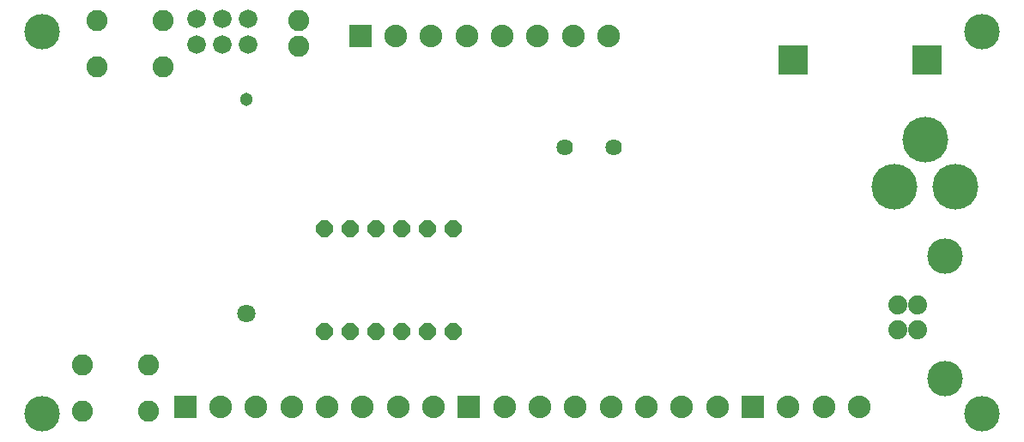
<source format=gbs>
G75*
%MOIN*%
%OFA0B0*%
%FSLAX24Y24*%
%IPPOS*%
%LPD*%
%AMOC8*
5,1,8,0,0,1.08239X$1,22.5*
%
%ADD10C,0.0640*%
%ADD11C,0.0513*%
%ADD12C,0.0710*%
%ADD13R,0.1175X0.1175*%
%ADD14C,0.1380*%
%ADD15OC8,0.0640*%
%ADD16C,0.0720*%
%ADD17C,0.0820*%
%ADD18C,0.1780*%
%ADD19C,0.0740*%
%ADD20R,0.0880X0.0880*%
%ADD21C,0.0880*%
D10*
X021980Y012030D03*
X023880Y012030D03*
D11*
X009603Y013897D03*
D12*
X009603Y005590D03*
D13*
X030830Y015430D03*
X036030Y015430D03*
D14*
X001680Y001680D03*
X001680Y016555D03*
X036750Y007800D03*
X036750Y003060D03*
X038180Y001680D03*
X038180Y016555D03*
D15*
X017630Y008880D03*
X016630Y008880D03*
X015630Y008880D03*
X014630Y008880D03*
X013630Y008880D03*
X012630Y008880D03*
X012630Y004880D03*
X013630Y004880D03*
X014630Y004880D03*
X015630Y004880D03*
X016630Y004880D03*
X017630Y004880D03*
D16*
X009680Y016030D03*
X008680Y016030D03*
X007680Y016030D03*
X007680Y017030D03*
X008680Y017030D03*
X009680Y017030D03*
D17*
X011630Y016980D03*
X011630Y015980D03*
X006360Y015190D03*
X003800Y015190D03*
X003800Y016970D03*
X006360Y016970D03*
X005810Y003570D03*
X003250Y003570D03*
X003250Y001790D03*
X005810Y001790D03*
D18*
X034781Y010505D03*
X037143Y010505D03*
X035962Y012355D03*
D19*
X035680Y005922D03*
X034900Y005922D03*
X034900Y004938D03*
X035680Y004938D03*
D20*
X029277Y001930D03*
X018254Y001930D03*
X007230Y001930D03*
X014030Y016380D03*
D21*
X015408Y016380D03*
X016786Y016380D03*
X018164Y016380D03*
X019542Y016380D03*
X020920Y016380D03*
X022298Y016380D03*
X023676Y016380D03*
X023765Y001930D03*
X025143Y001930D03*
X026521Y001930D03*
X027899Y001930D03*
X030655Y001930D03*
X032033Y001930D03*
X033411Y001930D03*
X022387Y001930D03*
X021010Y001930D03*
X019632Y001930D03*
X016876Y001930D03*
X015498Y001930D03*
X014120Y001930D03*
X012742Y001930D03*
X011364Y001930D03*
X009986Y001930D03*
X008608Y001930D03*
M02*

</source>
